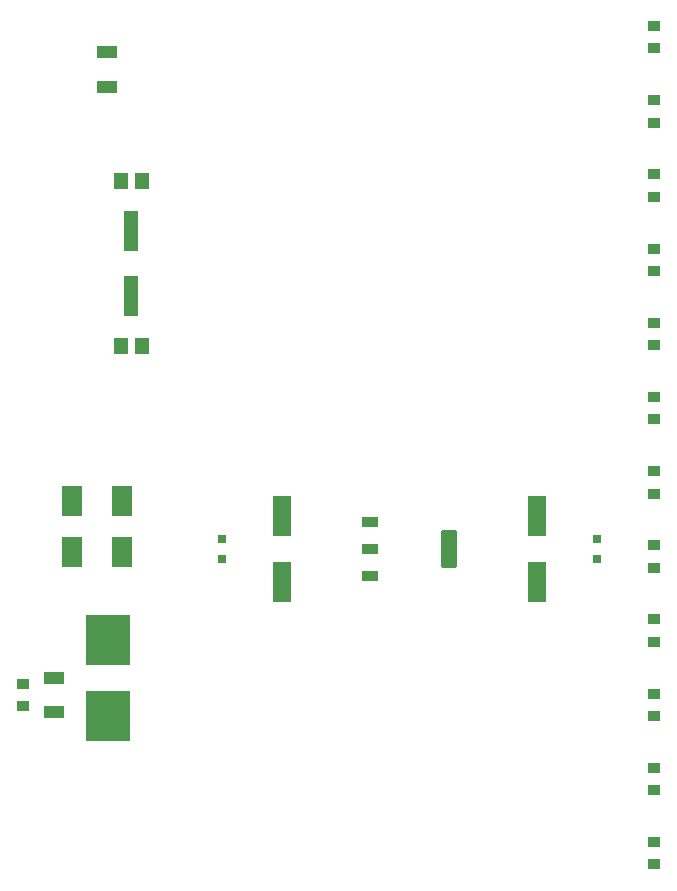
<source format=gtp>
G04*
G04 #@! TF.GenerationSoftware,Altium Limited,Altium Designer,24.0.1 (36)*
G04*
G04 Layer_Color=8421504*
%FSLAX44Y44*%
%MOMM*%
G71*
G04*
G04 #@! TF.SameCoordinates,71F2B9B8-5446-4F90-8F71-DE05B1429098*
G04*
G04*
G04 #@! TF.FilePolarity,Positive*
G04*
G01*
G75*
%ADD16R,0.8000X0.7000*%
%ADD17R,3.8100X4.2400*%
%ADD18R,1.7500X2.6500*%
%ADD19R,1.7200X1.0800*%
%ADD20R,1.2100X1.4700*%
%ADD21R,1.2000X3.5000*%
%ADD22R,1.1000X0.9000*%
%ADD23R,1.6000X3.5000*%
G04:AMPARAMS|DCode=24|XSize=3.24mm|YSize=1.31mm|CornerRadius=0.0983mm|HoleSize=0mm|Usage=FLASHONLY|Rotation=270.000|XOffset=0mm|YOffset=0mm|HoleType=Round|Shape=RoundedRectangle|*
%AMROUNDEDRECTD24*
21,1,3.2400,1.1135,0,0,270.0*
21,1,3.0435,1.3100,0,0,270.0*
1,1,0.1965,-0.5568,-1.5218*
1,1,0.1965,-0.5568,1.5218*
1,1,0.1965,0.5568,1.5218*
1,1,0.1965,0.5568,-1.5218*
%
%ADD24ROUNDEDRECTD24*%
G04:AMPARAMS|DCode=25|XSize=0.93mm|YSize=1.31mm|CornerRadius=0.0698mm|HoleSize=0mm|Usage=FLASHONLY|Rotation=270.000|XOffset=0mm|YOffset=0mm|HoleType=Round|Shape=RoundedRectangle|*
%AMROUNDEDRECTD25*
21,1,0.9300,1.1705,0,0,270.0*
21,1,0.7905,1.3100,0,0,270.0*
1,1,0.1395,-0.5853,-0.3953*
1,1,0.1395,-0.5853,0.3953*
1,1,0.1395,0.5853,0.3953*
1,1,0.1395,0.5853,-0.3953*
%
%ADD25ROUNDEDRECTD25*%
D16*
X501856Y370514D02*
D03*
Y353514D02*
D03*
X184621Y370514D02*
D03*
Y353514D02*
D03*
D17*
X88101Y221198D02*
D03*
Y284999D02*
D03*
D18*
X57621Y360019D02*
D03*
Y403019D02*
D03*
X99991D02*
D03*
Y360019D02*
D03*
D19*
X87550Y753365D02*
D03*
Y782766D02*
D03*
X42381Y223969D02*
D03*
Y253369D02*
D03*
D20*
X98908Y534370D02*
D03*
X116868D02*
D03*
Y674070D02*
D03*
X98908D02*
D03*
D21*
X107888Y631720D02*
D03*
Y576720D02*
D03*
D22*
X550525Y472002D02*
D03*
Y491002D02*
D03*
Y534810D02*
D03*
Y553809D02*
D03*
Y597617D02*
D03*
Y616617D02*
D03*
Y660424D02*
D03*
Y679424D02*
D03*
Y723232D02*
D03*
Y742231D02*
D03*
Y95159D02*
D03*
Y114159D02*
D03*
Y157966D02*
D03*
Y176966D02*
D03*
Y220773D02*
D03*
Y239774D02*
D03*
Y283580D02*
D03*
Y302581D02*
D03*
Y346388D02*
D03*
Y365388D02*
D03*
Y409195D02*
D03*
Y428195D02*
D03*
Y786039D02*
D03*
Y805039D02*
D03*
X15711Y248169D02*
D03*
Y229168D02*
D03*
D23*
X235421Y390013D02*
D03*
Y334014D02*
D03*
X451321Y390013D02*
D03*
Y334014D02*
D03*
D24*
X376820Y362014D02*
D03*
D25*
X309921Y339114D02*
D03*
Y362014D02*
D03*
Y384914D02*
D03*
M02*

</source>
